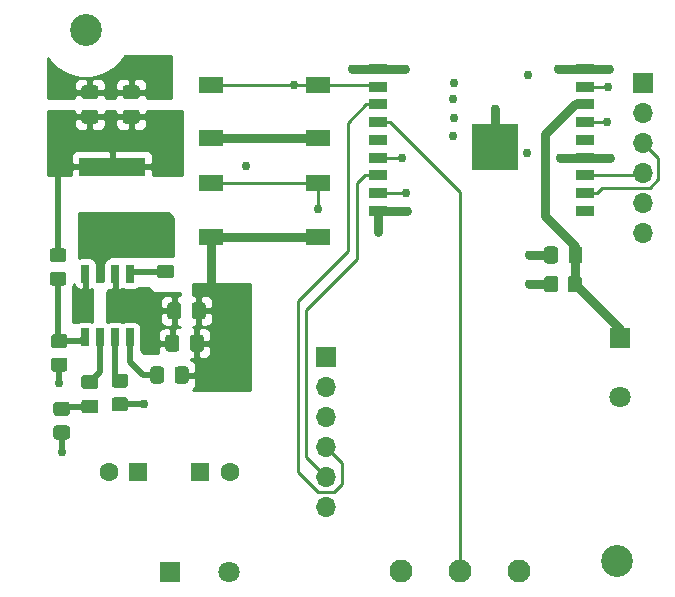
<source format=gtl>
G04 #@! TF.GenerationSoftware,KiCad,Pcbnew,(5.1.8-0-10_14)*
G04 #@! TF.CreationDate,2021-08-13T20:39:07-06:00*
G04 #@! TF.ProjectId,ESP8266_Water_Sensor,45535038-3236-4365-9f57-617465725f53,rev?*
G04 #@! TF.SameCoordinates,Original*
G04 #@! TF.FileFunction,Copper,L1,Top*
G04 #@! TF.FilePolarity,Positive*
%FSLAX46Y46*%
G04 Gerber Fmt 4.6, Leading zero omitted, Abs format (unit mm)*
G04 Created by KiCad (PCBNEW (5.1.8-0-10_14)) date 2021-08-13 20:39:07*
%MOMM*%
%LPD*%
G01*
G04 APERTURE LIST*
G04 #@! TA.AperFunction,WasherPad*
%ADD10C,2.700000*%
G04 #@! TD*
G04 #@! TA.AperFunction,SMDPad,CuDef*
%ADD11R,1.500000X0.900000*%
G04 #@! TD*
G04 #@! TA.AperFunction,SMDPad,CuDef*
%ADD12R,4.000000X4.000000*%
G04 #@! TD*
G04 #@! TA.AperFunction,ComponentPad*
%ADD13R,1.700000X1.700000*%
G04 #@! TD*
G04 #@! TA.AperFunction,ComponentPad*
%ADD14O,1.700000X1.700000*%
G04 #@! TD*
G04 #@! TA.AperFunction,ComponentPad*
%ADD15C,1.800000*%
G04 #@! TD*
G04 #@! TA.AperFunction,ComponentPad*
%ADD16R,1.800000X1.800000*%
G04 #@! TD*
G04 #@! TA.AperFunction,SMDPad,CuDef*
%ADD17R,5.700000X1.600000*%
G04 #@! TD*
G04 #@! TA.AperFunction,SMDPad,CuDef*
%ADD18R,2.100000X1.400000*%
G04 #@! TD*
G04 #@! TA.AperFunction,SMDPad,CuDef*
%ADD19R,0.650000X1.500000*%
G04 #@! TD*
G04 #@! TA.AperFunction,ComponentPad*
%ADD20C,1.950000*%
G04 #@! TD*
G04 #@! TA.AperFunction,ComponentPad*
%ADD21C,1.600000*%
G04 #@! TD*
G04 #@! TA.AperFunction,ComponentPad*
%ADD22R,1.600000X1.600000*%
G04 #@! TD*
G04 #@! TA.AperFunction,ViaPad*
%ADD23C,0.762000*%
G04 #@! TD*
G04 #@! TA.AperFunction,Conductor*
%ADD24C,0.508000*%
G04 #@! TD*
G04 #@! TA.AperFunction,Conductor*
%ADD25C,0.762000*%
G04 #@! TD*
G04 #@! TA.AperFunction,Conductor*
%ADD26C,0.254000*%
G04 #@! TD*
G04 #@! TA.AperFunction,Conductor*
%ADD27C,0.100000*%
G04 #@! TD*
G04 APERTURE END LIST*
D10*
X252730000Y-125730000D03*
D11*
X232550000Y-84069600D03*
X232550000Y-85569600D03*
X232550000Y-87069600D03*
X232550000Y-88569600D03*
X232550000Y-90069600D03*
X232550000Y-91569600D03*
X232550000Y-93069600D03*
X232550000Y-94569600D03*
X232550000Y-96069600D03*
X250050000Y-96069600D03*
X250050000Y-94569600D03*
X250050000Y-93069600D03*
X250050000Y-91569600D03*
X250050000Y-90069600D03*
X250050000Y-88569600D03*
X250050000Y-87069600D03*
X250050000Y-85569600D03*
X250050000Y-84069600D03*
D12*
X242400000Y-90679600D03*
G04 #@! TA.AperFunction,SMDPad,CuDef*
G36*
G01*
X208602600Y-86621200D02*
X207652600Y-86621200D01*
G75*
G02*
X207402600Y-86371200I0J250000D01*
G01*
X207402600Y-85696200D01*
G75*
G02*
X207652600Y-85446200I250000J0D01*
G01*
X208602600Y-85446200D01*
G75*
G02*
X208852600Y-85696200I0J-250000D01*
G01*
X208852600Y-86371200D01*
G75*
G02*
X208602600Y-86621200I-250000J0D01*
G01*
G37*
G04 #@! TD.AperFunction*
G04 #@! TA.AperFunction,SMDPad,CuDef*
G36*
G01*
X208602600Y-88696200D02*
X207652600Y-88696200D01*
G75*
G02*
X207402600Y-88446200I0J250000D01*
G01*
X207402600Y-87771200D01*
G75*
G02*
X207652600Y-87521200I250000J0D01*
G01*
X208602600Y-87521200D01*
G75*
G02*
X208852600Y-87771200I0J-250000D01*
G01*
X208852600Y-88446200D01*
G75*
G02*
X208602600Y-88696200I-250000J0D01*
G01*
G37*
G04 #@! TD.AperFunction*
G04 #@! TA.AperFunction,SMDPad,CuDef*
G36*
G01*
X215003400Y-101802600D02*
X214053400Y-101802600D01*
G75*
G02*
X213803400Y-101552600I0J250000D01*
G01*
X213803400Y-100877600D01*
G75*
G02*
X214053400Y-100627600I250000J0D01*
G01*
X215003400Y-100627600D01*
G75*
G02*
X215253400Y-100877600I0J-250000D01*
G01*
X215253400Y-101552600D01*
G75*
G02*
X215003400Y-101802600I-250000J0D01*
G01*
G37*
G04 #@! TD.AperFunction*
G04 #@! TA.AperFunction,SMDPad,CuDef*
G36*
G01*
X215003400Y-99727600D02*
X214053400Y-99727600D01*
G75*
G02*
X213803400Y-99477600I0J250000D01*
G01*
X213803400Y-98802600D01*
G75*
G02*
X214053400Y-98552600I250000J0D01*
G01*
X215003400Y-98552600D01*
G75*
G02*
X215253400Y-98802600I0J-250000D01*
G01*
X215253400Y-99477600D01*
G75*
G02*
X215003400Y-99727600I-250000J0D01*
G01*
G37*
G04 #@! TD.AperFunction*
G04 #@! TA.AperFunction,SMDPad,CuDef*
G36*
G01*
X216604000Y-107764600D02*
X216604000Y-106814600D01*
G75*
G02*
X216854000Y-106564600I250000J0D01*
G01*
X217529000Y-106564600D01*
G75*
G02*
X217779000Y-106814600I0J-250000D01*
G01*
X217779000Y-107764600D01*
G75*
G02*
X217529000Y-108014600I-250000J0D01*
G01*
X216854000Y-108014600D01*
G75*
G02*
X216604000Y-107764600I0J250000D01*
G01*
G37*
G04 #@! TD.AperFunction*
G04 #@! TA.AperFunction,SMDPad,CuDef*
G36*
G01*
X214529000Y-107764600D02*
X214529000Y-106814600D01*
G75*
G02*
X214779000Y-106564600I250000J0D01*
G01*
X215454000Y-106564600D01*
G75*
G02*
X215704000Y-106814600I0J-250000D01*
G01*
X215704000Y-107764600D01*
G75*
G02*
X215454000Y-108014600I-250000J0D01*
G01*
X214779000Y-108014600D01*
G75*
G02*
X214529000Y-107764600I0J250000D01*
G01*
G37*
G04 #@! TD.AperFunction*
G04 #@! TA.AperFunction,SMDPad,CuDef*
G36*
G01*
X215312500Y-110457000D02*
X215312500Y-109507000D01*
G75*
G02*
X215562500Y-109257000I250000J0D01*
G01*
X216237500Y-109257000D01*
G75*
G02*
X216487500Y-109507000I0J-250000D01*
G01*
X216487500Y-110457000D01*
G75*
G02*
X216237500Y-110707000I-250000J0D01*
G01*
X215562500Y-110707000D01*
G75*
G02*
X215312500Y-110457000I0J250000D01*
G01*
G37*
G04 #@! TD.AperFunction*
G04 #@! TA.AperFunction,SMDPad,CuDef*
G36*
G01*
X213237500Y-110457000D02*
X213237500Y-109507000D01*
G75*
G02*
X213487500Y-109257000I250000J0D01*
G01*
X214162500Y-109257000D01*
G75*
G02*
X214412500Y-109507000I0J-250000D01*
G01*
X214412500Y-110457000D01*
G75*
G02*
X214162500Y-110707000I-250000J0D01*
G01*
X213487500Y-110707000D01*
G75*
G02*
X213237500Y-110457000I0J250000D01*
G01*
G37*
G04 #@! TD.AperFunction*
G04 #@! TA.AperFunction,SMDPad,CuDef*
G36*
G01*
X207652600Y-109982600D02*
X208602600Y-109982600D01*
G75*
G02*
X208852600Y-110232600I0J-250000D01*
G01*
X208852600Y-110907600D01*
G75*
G02*
X208602600Y-111157600I-250000J0D01*
G01*
X207652600Y-111157600D01*
G75*
G02*
X207402600Y-110907600I0J250000D01*
G01*
X207402600Y-110232600D01*
G75*
G02*
X207652600Y-109982600I250000J0D01*
G01*
G37*
G04 #@! TD.AperFunction*
G04 #@! TA.AperFunction,SMDPad,CuDef*
G36*
G01*
X207652600Y-112057600D02*
X208602600Y-112057600D01*
G75*
G02*
X208852600Y-112307600I0J-250000D01*
G01*
X208852600Y-112982600D01*
G75*
G02*
X208602600Y-113232600I-250000J0D01*
G01*
X207652600Y-113232600D01*
G75*
G02*
X207402600Y-112982600I0J250000D01*
G01*
X207402600Y-112307600D01*
G75*
G02*
X207652600Y-112057600I250000J0D01*
G01*
G37*
G04 #@! TD.AperFunction*
G04 #@! TA.AperFunction,SMDPad,CuDef*
G36*
G01*
X247758800Y-99347000D02*
X247758800Y-100297000D01*
G75*
G02*
X247508800Y-100547000I-250000J0D01*
G01*
X246833800Y-100547000D01*
G75*
G02*
X246583800Y-100297000I0J250000D01*
G01*
X246583800Y-99347000D01*
G75*
G02*
X246833800Y-99097000I250000J0D01*
G01*
X247508800Y-99097000D01*
G75*
G02*
X247758800Y-99347000I0J-250000D01*
G01*
G37*
G04 #@! TD.AperFunction*
G04 #@! TA.AperFunction,SMDPad,CuDef*
G36*
G01*
X249833800Y-99347000D02*
X249833800Y-100297000D01*
G75*
G02*
X249583800Y-100547000I-250000J0D01*
G01*
X248908800Y-100547000D01*
G75*
G02*
X248658800Y-100297000I0J250000D01*
G01*
X248658800Y-99347000D01*
G75*
G02*
X248908800Y-99097000I250000J0D01*
G01*
X249583800Y-99097000D01*
G75*
G02*
X249833800Y-99347000I0J-250000D01*
G01*
G37*
G04 #@! TD.AperFunction*
D13*
X228142800Y-108458000D03*
D14*
X228142800Y-110998000D03*
X228142800Y-113538000D03*
X228142800Y-116078000D03*
X228142800Y-118618000D03*
X228142800Y-121158000D03*
D15*
X219884000Y-126644400D03*
D16*
X214884000Y-126644400D03*
X252984000Y-106832400D03*
D15*
X252984000Y-111832400D03*
D14*
X254965200Y-97942400D03*
X254965200Y-95402400D03*
X254965200Y-92862400D03*
X254965200Y-90322400D03*
X254965200Y-87782400D03*
D13*
X254965200Y-85242400D03*
D17*
X210007200Y-92336400D03*
X210007200Y-97036400D03*
G04 #@! TA.AperFunction,SMDPad,CuDef*
G36*
G01*
X204985199Y-101238000D02*
X205885201Y-101238000D01*
G75*
G02*
X206135200Y-101487999I0J-249999D01*
G01*
X206135200Y-102188001D01*
G75*
G02*
X205885201Y-102438000I-249999J0D01*
G01*
X204985199Y-102438000D01*
G75*
G02*
X204735200Y-102188001I0J249999D01*
G01*
X204735200Y-101487999D01*
G75*
G02*
X204985199Y-101238000I249999J0D01*
G01*
G37*
G04 #@! TD.AperFunction*
G04 #@! TA.AperFunction,SMDPad,CuDef*
G36*
G01*
X204985199Y-99238000D02*
X205885201Y-99238000D01*
G75*
G02*
X206135200Y-99487999I0J-249999D01*
G01*
X206135200Y-100188001D01*
G75*
G02*
X205885201Y-100438000I-249999J0D01*
G01*
X204985199Y-100438000D01*
G75*
G02*
X204735200Y-100188001I0J249999D01*
G01*
X204735200Y-99487999D01*
G75*
G02*
X204985199Y-99238000I249999J0D01*
G01*
G37*
G04 #@! TD.AperFunction*
G04 #@! TA.AperFunction,SMDPad,CuDef*
G36*
G01*
X205086799Y-108502400D02*
X205986801Y-108502400D01*
G75*
G02*
X206236800Y-108752399I0J-249999D01*
G01*
X206236800Y-109452401D01*
G75*
G02*
X205986801Y-109702400I-249999J0D01*
G01*
X205086799Y-109702400D01*
G75*
G02*
X204836800Y-109452401I0J249999D01*
G01*
X204836800Y-108752399D01*
G75*
G02*
X205086799Y-108502400I249999J0D01*
G01*
G37*
G04 #@! TD.AperFunction*
G04 #@! TA.AperFunction,SMDPad,CuDef*
G36*
G01*
X205086799Y-106502400D02*
X205986801Y-106502400D01*
G75*
G02*
X206236800Y-106752399I0J-249999D01*
G01*
X206236800Y-107452401D01*
G75*
G02*
X205986801Y-107702400I-249999J0D01*
G01*
X205086799Y-107702400D01*
G75*
G02*
X204836800Y-107452401I0J249999D01*
G01*
X204836800Y-106752399D01*
G75*
G02*
X205086799Y-106502400I249999J0D01*
G01*
G37*
G04 #@! TD.AperFunction*
G04 #@! TA.AperFunction,SMDPad,CuDef*
G36*
G01*
X211117601Y-113055200D02*
X210217599Y-113055200D01*
G75*
G02*
X209967600Y-112805201I0J249999D01*
G01*
X209967600Y-112105199D01*
G75*
G02*
X210217599Y-111855200I249999J0D01*
G01*
X211117601Y-111855200D01*
G75*
G02*
X211367600Y-112105199I0J-249999D01*
G01*
X211367600Y-112805201D01*
G75*
G02*
X211117601Y-113055200I-249999J0D01*
G01*
G37*
G04 #@! TD.AperFunction*
G04 #@! TA.AperFunction,SMDPad,CuDef*
G36*
G01*
X211117601Y-111055200D02*
X210217599Y-111055200D01*
G75*
G02*
X209967600Y-110805201I0J249999D01*
G01*
X209967600Y-110105199D01*
G75*
G02*
X210217599Y-109855200I249999J0D01*
G01*
X211117601Y-109855200D01*
G75*
G02*
X211367600Y-110105199I0J-249999D01*
G01*
X211367600Y-110805201D01*
G75*
G02*
X211117601Y-111055200I-249999J0D01*
G01*
G37*
G04 #@! TD.AperFunction*
G04 #@! TA.AperFunction,SMDPad,CuDef*
G36*
G01*
X205289999Y-114242800D02*
X206190001Y-114242800D01*
G75*
G02*
X206440000Y-114492799I0J-249999D01*
G01*
X206440000Y-115192801D01*
G75*
G02*
X206190001Y-115442800I-249999J0D01*
G01*
X205289999Y-115442800D01*
G75*
G02*
X205040000Y-115192801I0J249999D01*
G01*
X205040000Y-114492799D01*
G75*
G02*
X205289999Y-114242800I249999J0D01*
G01*
G37*
G04 #@! TD.AperFunction*
G04 #@! TA.AperFunction,SMDPad,CuDef*
G36*
G01*
X205289999Y-112242800D02*
X206190001Y-112242800D01*
G75*
G02*
X206440000Y-112492799I0J-249999D01*
G01*
X206440000Y-113192801D01*
G75*
G02*
X206190001Y-113442800I-249999J0D01*
G01*
X205289999Y-113442800D01*
G75*
G02*
X205040000Y-113192801I0J249999D01*
G01*
X205040000Y-112492799D01*
G75*
G02*
X205289999Y-112242800I249999J0D01*
G01*
G37*
G04 #@! TD.AperFunction*
G04 #@! TA.AperFunction,SMDPad,CuDef*
G36*
G01*
X246583400Y-102735801D02*
X246583400Y-101835799D01*
G75*
G02*
X246833399Y-101585800I249999J0D01*
G01*
X247533401Y-101585800D01*
G75*
G02*
X247783400Y-101835799I0J-249999D01*
G01*
X247783400Y-102735801D01*
G75*
G02*
X247533401Y-102985800I-249999J0D01*
G01*
X246833399Y-102985800D01*
G75*
G02*
X246583400Y-102735801I0J249999D01*
G01*
G37*
G04 #@! TD.AperFunction*
G04 #@! TA.AperFunction,SMDPad,CuDef*
G36*
G01*
X248583400Y-102735801D02*
X248583400Y-101835799D01*
G75*
G02*
X248833399Y-101585800I249999J0D01*
G01*
X249533401Y-101585800D01*
G75*
G02*
X249783400Y-101835799I0J-249999D01*
G01*
X249783400Y-102735801D01*
G75*
G02*
X249533401Y-102985800I-249999J0D01*
G01*
X248833399Y-102985800D01*
G75*
G02*
X248583400Y-102735801I0J249999D01*
G01*
G37*
G04 #@! TD.AperFunction*
D18*
X227460400Y-98262000D03*
X218360400Y-98262000D03*
X227460400Y-93762000D03*
X218360400Y-93762000D03*
X218360400Y-85430800D03*
X227460400Y-85430800D03*
X218360400Y-89930800D03*
X227460400Y-89930800D03*
D19*
X211531200Y-101389200D03*
X210261200Y-101389200D03*
X208991200Y-101389200D03*
X207721200Y-101389200D03*
X207721200Y-106789200D03*
X208991200Y-106789200D03*
X210261200Y-106789200D03*
X211531200Y-106789200D03*
G04 #@! TA.AperFunction,SMDPad,CuDef*
G36*
G01*
X212107800Y-86621200D02*
X211157800Y-86621200D01*
G75*
G02*
X210907800Y-86371200I0J250000D01*
G01*
X210907800Y-85696200D01*
G75*
G02*
X211157800Y-85446200I250000J0D01*
G01*
X212107800Y-85446200D01*
G75*
G02*
X212357800Y-85696200I0J-250000D01*
G01*
X212357800Y-86371200D01*
G75*
G02*
X212107800Y-86621200I-250000J0D01*
G01*
G37*
G04 #@! TD.AperFunction*
G04 #@! TA.AperFunction,SMDPad,CuDef*
G36*
G01*
X212107800Y-88696200D02*
X211157800Y-88696200D01*
G75*
G02*
X210907800Y-88446200I0J250000D01*
G01*
X210907800Y-87771200D01*
G75*
G02*
X211157800Y-87521200I250000J0D01*
G01*
X212107800Y-87521200D01*
G75*
G02*
X212357800Y-87771200I0J-250000D01*
G01*
X212357800Y-88446200D01*
G75*
G02*
X212107800Y-88696200I-250000J0D01*
G01*
G37*
G04 #@! TD.AperFunction*
G04 #@! TA.AperFunction,SMDPad,CuDef*
G36*
G01*
X214681400Y-105021400D02*
X214681400Y-104071400D01*
G75*
G02*
X214931400Y-103821400I250000J0D01*
G01*
X215606400Y-103821400D01*
G75*
G02*
X215856400Y-104071400I0J-250000D01*
G01*
X215856400Y-105021400D01*
G75*
G02*
X215606400Y-105271400I-250000J0D01*
G01*
X214931400Y-105271400D01*
G75*
G02*
X214681400Y-105021400I0J250000D01*
G01*
G37*
G04 #@! TD.AperFunction*
G04 #@! TA.AperFunction,SMDPad,CuDef*
G36*
G01*
X216756400Y-105021400D02*
X216756400Y-104071400D01*
G75*
G02*
X217006400Y-103821400I250000J0D01*
G01*
X217681400Y-103821400D01*
G75*
G02*
X217931400Y-104071400I0J-250000D01*
G01*
X217931400Y-105021400D01*
G75*
G02*
X217681400Y-105271400I-250000J0D01*
G01*
X217006400Y-105271400D01*
G75*
G02*
X216756400Y-105021400I0J250000D01*
G01*
G37*
G04 #@! TD.AperFunction*
D20*
X234492800Y-126593600D03*
X239492800Y-126593600D03*
X244492800Y-126593600D03*
D21*
X209742400Y-118211600D03*
D22*
X212242400Y-118211600D03*
X217474800Y-118211600D03*
D21*
X219974800Y-118211600D03*
D10*
X207772000Y-80772000D03*
D23*
X210007200Y-89966800D03*
X211328000Y-89966800D03*
X212598000Y-89916000D03*
X208686400Y-89966800D03*
X207365600Y-90017600D03*
X214020400Y-89916000D03*
X214071200Y-88239600D03*
X214223600Y-92303600D03*
X230331600Y-84069600D03*
X234793200Y-84069600D03*
X245287800Y-102285800D03*
X221386400Y-92303600D03*
X245253000Y-84547200D03*
X205536800Y-110642400D03*
X205740000Y-116535200D03*
X207416400Y-103428800D03*
X207365600Y-104698800D03*
X206146400Y-85953600D03*
X204927200Y-85953600D03*
X204927200Y-84531200D03*
X211632800Y-84124800D03*
X213918800Y-84124800D03*
X213969600Y-86004400D03*
X219913200Y-103479600D03*
X219862400Y-105054400D03*
X219811600Y-106883200D03*
X219710000Y-108407200D03*
X217982800Y-110032800D03*
X247802400Y-84074000D03*
X252116000Y-84069600D03*
X247977610Y-91569600D03*
X252143200Y-91569600D03*
X234994000Y-96069600D03*
X232550000Y-97879200D03*
X220624400Y-89930800D03*
X222946400Y-98262000D03*
X245313200Y-99822000D03*
X242400000Y-87495200D03*
X238988600Y-85267800D03*
X238912400Y-86588600D03*
X238937800Y-88214200D03*
X238887000Y-89712800D03*
X245135400Y-91186000D03*
X212734400Y-112455200D03*
X210210400Y-103428800D03*
X211480400Y-103428800D03*
X210159600Y-104851200D03*
X211480400Y-104851200D03*
X213156800Y-104140000D03*
X213156800Y-105562400D03*
X213156800Y-107086400D03*
X225414400Y-85430800D03*
X251917000Y-88569600D03*
X227460400Y-95888400D03*
X234879200Y-94569600D03*
X252015800Y-85569600D03*
X234594400Y-91567000D03*
D24*
X205435200Y-99838000D02*
X205435200Y-92710000D01*
D25*
X232550000Y-84069600D02*
X234793200Y-84069600D01*
X232550000Y-84069600D02*
X230331600Y-84069600D01*
X230331600Y-84069600D02*
X230331600Y-84069600D01*
X234793200Y-84069600D02*
X234793200Y-84069600D01*
X247183400Y-102285800D02*
X245287800Y-102285800D01*
X245287800Y-102285800D02*
X245287800Y-102285800D01*
D24*
X205536800Y-109102400D02*
X205536800Y-110642400D01*
X205536800Y-110642400D02*
X205536800Y-110642400D01*
X205740000Y-114842800D02*
X205740000Y-116535200D01*
X205740000Y-116535200D02*
X205740000Y-116535200D01*
D25*
X250050000Y-91569600D02*
X252143200Y-91569600D01*
X250050000Y-91569600D02*
X247977610Y-91569600D01*
X250050000Y-84069600D02*
X252116000Y-84069600D01*
X249982400Y-84069600D02*
X249978000Y-84074000D01*
X250050000Y-84069600D02*
X249982400Y-84069600D01*
X249978000Y-84074000D02*
X247802400Y-84074000D01*
X232550000Y-96069600D02*
X234994000Y-96069600D01*
X232550000Y-96069600D02*
X232550000Y-97879200D01*
X247802400Y-84074000D02*
X247802400Y-84074000D01*
X252116000Y-84069600D02*
X252116000Y-84069600D01*
X247977610Y-91569600D02*
X247977610Y-91569600D01*
X252143200Y-91569600D02*
X252143200Y-91569600D01*
X234994000Y-96069600D02*
X234994000Y-96069600D01*
X232550000Y-97879200D02*
X232550000Y-97879200D01*
X218360400Y-98262000D02*
X218360400Y-102739600D01*
X218360400Y-98262000D02*
X222946400Y-98262000D01*
X218360400Y-89930800D02*
X222895600Y-89930800D01*
X222895600Y-89930800D02*
X227460400Y-89930800D01*
X222946400Y-98262000D02*
X227460400Y-98262000D01*
X247171300Y-99822000D02*
X245313200Y-99822000D01*
X245313200Y-99822000D02*
X245313200Y-99822000D01*
X242400000Y-90679600D02*
X242400000Y-87495200D01*
X242400000Y-87495200D02*
X242400000Y-87495200D01*
D24*
X210667600Y-112455200D02*
X212734400Y-112455200D01*
X212734400Y-112455200D02*
X212734400Y-112455200D01*
X205937700Y-112645100D02*
X205740000Y-112842800D01*
X208127600Y-112645100D02*
X205937700Y-112645100D01*
D26*
X218360400Y-85430800D02*
X225414400Y-85430800D01*
X232411200Y-85430800D02*
X232550000Y-85569600D01*
X227460400Y-85430800D02*
X232411200Y-85430800D01*
X225414400Y-85430800D02*
X227460400Y-85430800D01*
X250050000Y-88569600D02*
X251917000Y-88569600D01*
X251917000Y-88569600D02*
X251917000Y-88569600D01*
X218360400Y-93762000D02*
X227460400Y-93762000D01*
X227460400Y-93762000D02*
X227460400Y-95888400D01*
X227460400Y-95888400D02*
X227460400Y-95888400D01*
X232550000Y-94569600D02*
X234879200Y-94569600D01*
X234879200Y-94569600D02*
X234879200Y-94569600D01*
D25*
X249148600Y-102320600D02*
X249183400Y-102285800D01*
X249208800Y-99859500D02*
X249246300Y-99822000D01*
X249206998Y-87069600D02*
X250050000Y-87069600D01*
X246684800Y-89591798D02*
X249206998Y-87069600D01*
X252984000Y-106086400D02*
X249183400Y-102285800D01*
X252984000Y-106832400D02*
X252984000Y-106086400D01*
X249183400Y-99884900D02*
X249246300Y-99822000D01*
X249183400Y-102285800D02*
X249183400Y-99884900D01*
X246684800Y-96535500D02*
X246684800Y-89591798D01*
X249246300Y-99097000D02*
X246684800Y-96535500D01*
X249246300Y-99822000D02*
X249246300Y-99097000D01*
D26*
X225775399Y-103713401D02*
X229971600Y-99517200D01*
X225775399Y-118180999D02*
X225775399Y-103713401D01*
X229971600Y-88644000D02*
X231546000Y-87069600D01*
X227482400Y-119888000D02*
X225775399Y-118180999D01*
X229971600Y-99517200D02*
X229971600Y-88644000D01*
X228803200Y-119888000D02*
X227482400Y-119888000D01*
X231546000Y-87069600D02*
X232550000Y-87069600D01*
X229463600Y-117398800D02*
X229463600Y-119227600D01*
X229463600Y-119227600D02*
X228803200Y-119888000D01*
X228142800Y-116078000D02*
X229463600Y-117398800D01*
X231440800Y-93069600D02*
X232550000Y-93069600D01*
X230784400Y-100126800D02*
X230784400Y-93726000D01*
X230784400Y-93726000D02*
X231440800Y-93069600D01*
X228142800Y-118618000D02*
X226466400Y-116941600D01*
X226466400Y-104444800D02*
X230784400Y-100126800D01*
X226466400Y-116941600D02*
X226466400Y-104444800D01*
X254758000Y-93069600D02*
X254965200Y-92862400D01*
X250050000Y-93069600D02*
X254758000Y-93069600D01*
X256235200Y-93414282D02*
X256235200Y-91592400D01*
X251491200Y-94132400D02*
X255517082Y-94132400D01*
X255517082Y-94132400D02*
X256235200Y-93414282D01*
X256235200Y-91592400D02*
X254965200Y-90322400D01*
X251054000Y-94569600D02*
X251491200Y-94132400D01*
X250050000Y-94569600D02*
X251054000Y-94569600D01*
X250050000Y-85569600D02*
X252015800Y-85569600D01*
X252015800Y-85569600D02*
X252015800Y-85569600D01*
X232552600Y-91567000D02*
X232550000Y-91569600D01*
X234594400Y-91567000D02*
X232552600Y-91567000D01*
D24*
X211705300Y-101215100D02*
X211531200Y-101389200D01*
X214528400Y-101215100D02*
X211705300Y-101215100D01*
X213825000Y-109982000D02*
X212648800Y-109982000D01*
X211531200Y-108864400D02*
X211531200Y-106789200D01*
X212648800Y-109982000D02*
X211531200Y-108864400D01*
X208991200Y-109706500D02*
X208991200Y-106789200D01*
X208127600Y-110570100D02*
X208991200Y-109706500D01*
X205435200Y-107000800D02*
X205536800Y-107102400D01*
X205435200Y-101838000D02*
X205435200Y-107000800D01*
X207408000Y-107102400D02*
X207721200Y-106789200D01*
X205536800Y-107102400D02*
X207408000Y-107102400D01*
X210261200Y-110048800D02*
X210667600Y-110455200D01*
X210261200Y-106789200D02*
X210261200Y-110048800D01*
D26*
X233554000Y-88569600D02*
X232550000Y-88569600D01*
X239492800Y-94508400D02*
X233554000Y-88569600D01*
X239492800Y-126593600D02*
X239492800Y-94508400D01*
X215163400Y-96674206D02*
X215163400Y-99898200D01*
X209956400Y-99898200D01*
X209931624Y-99900640D01*
X209907799Y-99907867D01*
X209885843Y-99919603D01*
X209866597Y-99935397D01*
X209778542Y-100023452D01*
X209692020Y-100049698D01*
X209581706Y-100108663D01*
X209485015Y-100188015D01*
X209405663Y-100284706D01*
X209346698Y-100395020D01*
X209320452Y-100481542D01*
X209256997Y-100544997D01*
X209241203Y-100564243D01*
X209229467Y-100586199D01*
X209222240Y-100610024D01*
X209219800Y-100634800D01*
X209219800Y-102031800D01*
X208762600Y-102031800D01*
X208762600Y-100584000D01*
X208760160Y-100559224D01*
X208752933Y-100535399D01*
X208741197Y-100513443D01*
X208725403Y-100494197D01*
X208706157Y-100478403D01*
X208684201Y-100466667D01*
X208660376Y-100459440D01*
X208655086Y-100458919D01*
X208635702Y-100395020D01*
X208576737Y-100284706D01*
X208497385Y-100188015D01*
X208400694Y-100108663D01*
X208290380Y-100049698D01*
X208170682Y-100013388D01*
X208046200Y-100001128D01*
X207396200Y-100001128D01*
X207271718Y-100013388D01*
X207187800Y-100038844D01*
X207187800Y-96291400D01*
X214780594Y-96291400D01*
X215163400Y-96674206D01*
G04 #@! TA.AperFunction,Conductor*
D27*
G36*
X215163400Y-96674206D02*
G01*
X215163400Y-99898200D01*
X209956400Y-99898200D01*
X209931624Y-99900640D01*
X209907799Y-99907867D01*
X209885843Y-99919603D01*
X209866597Y-99935397D01*
X209778542Y-100023452D01*
X209692020Y-100049698D01*
X209581706Y-100108663D01*
X209485015Y-100188015D01*
X209405663Y-100284706D01*
X209346698Y-100395020D01*
X209320452Y-100481542D01*
X209256997Y-100544997D01*
X209241203Y-100564243D01*
X209229467Y-100586199D01*
X209222240Y-100610024D01*
X209219800Y-100634800D01*
X209219800Y-102031800D01*
X208762600Y-102031800D01*
X208762600Y-100584000D01*
X208760160Y-100559224D01*
X208752933Y-100535399D01*
X208741197Y-100513443D01*
X208725403Y-100494197D01*
X208706157Y-100478403D01*
X208684201Y-100466667D01*
X208660376Y-100459440D01*
X208655086Y-100458919D01*
X208635702Y-100395020D01*
X208576737Y-100284706D01*
X208497385Y-100188015D01*
X208400694Y-100108663D01*
X208290380Y-100049698D01*
X208170682Y-100013388D01*
X208046200Y-100001128D01*
X207396200Y-100001128D01*
X207271718Y-100013388D01*
X207187800Y-100038844D01*
X207187800Y-96291400D01*
X214780594Y-96291400D01*
X215163400Y-96674206D01*
G37*
G04 #@! TD.AperFunction*
D26*
X210388200Y-101262200D02*
X210408200Y-101262200D01*
X210408200Y-101516200D01*
X210388200Y-101516200D01*
X210388200Y-102615450D01*
X210546950Y-102774200D01*
X210586200Y-102777272D01*
X210710682Y-102765012D01*
X210830380Y-102728702D01*
X210896200Y-102693520D01*
X210962020Y-102728702D01*
X211081718Y-102765012D01*
X211206200Y-102777272D01*
X211856200Y-102777272D01*
X211980682Y-102765012D01*
X212100380Y-102728702D01*
X212210694Y-102669737D01*
X212307123Y-102590600D01*
X213053394Y-102590600D01*
X213473397Y-103010603D01*
X213492643Y-103026397D01*
X213514599Y-103038133D01*
X213538424Y-103045360D01*
X213563200Y-103047800D01*
X215773000Y-103047800D01*
X215773000Y-103184177D01*
X215554650Y-103186400D01*
X215395900Y-103345150D01*
X215395900Y-104419400D01*
X215415900Y-104419400D01*
X215415900Y-104673400D01*
X215395900Y-104673400D01*
X215395900Y-105747650D01*
X215554650Y-105906400D01*
X215773000Y-105908623D01*
X215773000Y-105933324D01*
X215704000Y-105926528D01*
X215402250Y-105929600D01*
X215243500Y-106088350D01*
X215243500Y-107162600D01*
X215263500Y-107162600D01*
X215263500Y-107416600D01*
X215243500Y-107416600D01*
X215243500Y-107436600D01*
X214989500Y-107436600D01*
X214989500Y-107416600D01*
X214052750Y-107416600D01*
X213894000Y-107575350D01*
X213890928Y-108014600D01*
X213897074Y-108077000D01*
X212701406Y-108077000D01*
X212471000Y-107846594D01*
X212471000Y-107699984D01*
X212482012Y-107663682D01*
X212494272Y-107539200D01*
X212494272Y-106564600D01*
X213890928Y-106564600D01*
X213894000Y-107003850D01*
X214052750Y-107162600D01*
X214989500Y-107162600D01*
X214989500Y-106088350D01*
X214830750Y-105929600D01*
X214529000Y-105926528D01*
X214404518Y-105938788D01*
X214284820Y-105975098D01*
X214174506Y-106034063D01*
X214077815Y-106113415D01*
X213998463Y-106210106D01*
X213939498Y-106320420D01*
X213903188Y-106440118D01*
X213890928Y-106564600D01*
X212494272Y-106564600D01*
X212494272Y-106039200D01*
X212482012Y-105914718D01*
X212445702Y-105795020D01*
X212386737Y-105684706D01*
X212307385Y-105588015D01*
X212210694Y-105508663D01*
X212100380Y-105449698D01*
X211980682Y-105413388D01*
X211856200Y-105401128D01*
X211206200Y-105401128D01*
X211081718Y-105413388D01*
X210962020Y-105449698D01*
X210896200Y-105484880D01*
X210830380Y-105449698D01*
X210710682Y-105413388D01*
X210586200Y-105401128D01*
X209936200Y-105401128D01*
X209811718Y-105413388D01*
X209692020Y-105449698D01*
X209626200Y-105484880D01*
X209575400Y-105457726D01*
X209575400Y-105271400D01*
X214043328Y-105271400D01*
X214055588Y-105395882D01*
X214091898Y-105515580D01*
X214150863Y-105625894D01*
X214230215Y-105722585D01*
X214326906Y-105801937D01*
X214437220Y-105860902D01*
X214556918Y-105897212D01*
X214681400Y-105909472D01*
X214983150Y-105906400D01*
X215141900Y-105747650D01*
X215141900Y-104673400D01*
X214205150Y-104673400D01*
X214046400Y-104832150D01*
X214043328Y-105271400D01*
X209575400Y-105271400D01*
X209575400Y-103821400D01*
X214043328Y-103821400D01*
X214046400Y-104260650D01*
X214205150Y-104419400D01*
X215141900Y-104419400D01*
X215141900Y-103345150D01*
X214983150Y-103186400D01*
X214681400Y-103183328D01*
X214556918Y-103195588D01*
X214437220Y-103231898D01*
X214326906Y-103290863D01*
X214230215Y-103370215D01*
X214150863Y-103466906D01*
X214091898Y-103577220D01*
X214055588Y-103696918D01*
X214043328Y-103821400D01*
X209575400Y-103821400D01*
X209575400Y-102922606D01*
X209751317Y-102746689D01*
X209811718Y-102765012D01*
X209936200Y-102777272D01*
X209975450Y-102774200D01*
X210134200Y-102615450D01*
X210134200Y-101516200D01*
X210114200Y-101516200D01*
X210114200Y-101262200D01*
X210134200Y-101262200D01*
X210134200Y-101242200D01*
X210388200Y-101242200D01*
X210388200Y-101262200D01*
G04 #@! TA.AperFunction,Conductor*
D27*
G36*
X210388200Y-101262200D02*
G01*
X210408200Y-101262200D01*
X210408200Y-101516200D01*
X210388200Y-101516200D01*
X210388200Y-102615450D01*
X210546950Y-102774200D01*
X210586200Y-102777272D01*
X210710682Y-102765012D01*
X210830380Y-102728702D01*
X210896200Y-102693520D01*
X210962020Y-102728702D01*
X211081718Y-102765012D01*
X211206200Y-102777272D01*
X211856200Y-102777272D01*
X211980682Y-102765012D01*
X212100380Y-102728702D01*
X212210694Y-102669737D01*
X212307123Y-102590600D01*
X213053394Y-102590600D01*
X213473397Y-103010603D01*
X213492643Y-103026397D01*
X213514599Y-103038133D01*
X213538424Y-103045360D01*
X213563200Y-103047800D01*
X215773000Y-103047800D01*
X215773000Y-103184177D01*
X215554650Y-103186400D01*
X215395900Y-103345150D01*
X215395900Y-104419400D01*
X215415900Y-104419400D01*
X215415900Y-104673400D01*
X215395900Y-104673400D01*
X215395900Y-105747650D01*
X215554650Y-105906400D01*
X215773000Y-105908623D01*
X215773000Y-105933324D01*
X215704000Y-105926528D01*
X215402250Y-105929600D01*
X215243500Y-106088350D01*
X215243500Y-107162600D01*
X215263500Y-107162600D01*
X215263500Y-107416600D01*
X215243500Y-107416600D01*
X215243500Y-107436600D01*
X214989500Y-107436600D01*
X214989500Y-107416600D01*
X214052750Y-107416600D01*
X213894000Y-107575350D01*
X213890928Y-108014600D01*
X213897074Y-108077000D01*
X212701406Y-108077000D01*
X212471000Y-107846594D01*
X212471000Y-107699984D01*
X212482012Y-107663682D01*
X212494272Y-107539200D01*
X212494272Y-106564600D01*
X213890928Y-106564600D01*
X213894000Y-107003850D01*
X214052750Y-107162600D01*
X214989500Y-107162600D01*
X214989500Y-106088350D01*
X214830750Y-105929600D01*
X214529000Y-105926528D01*
X214404518Y-105938788D01*
X214284820Y-105975098D01*
X214174506Y-106034063D01*
X214077815Y-106113415D01*
X213998463Y-106210106D01*
X213939498Y-106320420D01*
X213903188Y-106440118D01*
X213890928Y-106564600D01*
X212494272Y-106564600D01*
X212494272Y-106039200D01*
X212482012Y-105914718D01*
X212445702Y-105795020D01*
X212386737Y-105684706D01*
X212307385Y-105588015D01*
X212210694Y-105508663D01*
X212100380Y-105449698D01*
X211980682Y-105413388D01*
X211856200Y-105401128D01*
X211206200Y-105401128D01*
X211081718Y-105413388D01*
X210962020Y-105449698D01*
X210896200Y-105484880D01*
X210830380Y-105449698D01*
X210710682Y-105413388D01*
X210586200Y-105401128D01*
X209936200Y-105401128D01*
X209811718Y-105413388D01*
X209692020Y-105449698D01*
X209626200Y-105484880D01*
X209575400Y-105457726D01*
X209575400Y-105271400D01*
X214043328Y-105271400D01*
X214055588Y-105395882D01*
X214091898Y-105515580D01*
X214150863Y-105625894D01*
X214230215Y-105722585D01*
X214326906Y-105801937D01*
X214437220Y-105860902D01*
X214556918Y-105897212D01*
X214681400Y-105909472D01*
X214983150Y-105906400D01*
X215141900Y-105747650D01*
X215141900Y-104673400D01*
X214205150Y-104673400D01*
X214046400Y-104832150D01*
X214043328Y-105271400D01*
X209575400Y-105271400D01*
X209575400Y-103821400D01*
X214043328Y-103821400D01*
X214046400Y-104260650D01*
X214205150Y-104419400D01*
X215141900Y-104419400D01*
X215141900Y-103345150D01*
X214983150Y-103186400D01*
X214681400Y-103183328D01*
X214556918Y-103195588D01*
X214437220Y-103231898D01*
X214326906Y-103290863D01*
X214230215Y-103370215D01*
X214150863Y-103466906D01*
X214091898Y-103577220D01*
X214055588Y-103696918D01*
X214043328Y-103821400D01*
X209575400Y-103821400D01*
X209575400Y-102922606D01*
X209751317Y-102746689D01*
X209811718Y-102765012D01*
X209936200Y-102777272D01*
X209975450Y-102774200D01*
X210134200Y-102615450D01*
X210134200Y-101516200D01*
X210114200Y-101516200D01*
X210114200Y-101262200D01*
X210134200Y-101262200D01*
X210134200Y-101242200D01*
X210388200Y-101242200D01*
X210388200Y-101262200D01*
G37*
G04 #@! TD.AperFunction*
D26*
X207848200Y-101262200D02*
X207868200Y-101262200D01*
X207868200Y-101516200D01*
X207848200Y-101516200D01*
X207848200Y-102615450D01*
X208006950Y-102774200D01*
X208046200Y-102777272D01*
X208170682Y-102765012D01*
X208290380Y-102728702D01*
X208305400Y-102720674D01*
X208305400Y-105457726D01*
X208290380Y-105449698D01*
X208170682Y-105413388D01*
X208046200Y-105401128D01*
X207396200Y-105401128D01*
X207271718Y-105413388D01*
X207152020Y-105449698D01*
X207083731Y-105486200D01*
X206679800Y-105486200D01*
X206679800Y-102576254D01*
X206705672Y-102527851D01*
X206756208Y-102361255D01*
X206768103Y-102240482D01*
X206770388Y-102263682D01*
X206806698Y-102383380D01*
X206865663Y-102493694D01*
X206945015Y-102590385D01*
X207041706Y-102669737D01*
X207152020Y-102728702D01*
X207271718Y-102765012D01*
X207396200Y-102777272D01*
X207435450Y-102774200D01*
X207594200Y-102615450D01*
X207594200Y-101516200D01*
X207574200Y-101516200D01*
X207574200Y-101262200D01*
X207594200Y-101262200D01*
X207594200Y-101242200D01*
X207848200Y-101242200D01*
X207848200Y-101262200D01*
G04 #@! TA.AperFunction,Conductor*
D27*
G36*
X207848200Y-101262200D02*
G01*
X207868200Y-101262200D01*
X207868200Y-101516200D01*
X207848200Y-101516200D01*
X207848200Y-102615450D01*
X208006950Y-102774200D01*
X208046200Y-102777272D01*
X208170682Y-102765012D01*
X208290380Y-102728702D01*
X208305400Y-102720674D01*
X208305400Y-105457726D01*
X208290380Y-105449698D01*
X208170682Y-105413388D01*
X208046200Y-105401128D01*
X207396200Y-105401128D01*
X207271718Y-105413388D01*
X207152020Y-105449698D01*
X207083731Y-105486200D01*
X206679800Y-105486200D01*
X206679800Y-102576254D01*
X206705672Y-102527851D01*
X206756208Y-102361255D01*
X206768103Y-102240482D01*
X206770388Y-102263682D01*
X206806698Y-102383380D01*
X206865663Y-102493694D01*
X206945015Y-102590385D01*
X207041706Y-102669737D01*
X207152020Y-102728702D01*
X207271718Y-102765012D01*
X207396200Y-102777272D01*
X207435450Y-102774200D01*
X207594200Y-102615450D01*
X207594200Y-101516200D01*
X207574200Y-101516200D01*
X207574200Y-101262200D01*
X207594200Y-101262200D01*
X207594200Y-101242200D01*
X207848200Y-101242200D01*
X207848200Y-101262200D01*
G37*
G04 #@! TD.AperFunction*
D26*
X221716600Y-111226600D02*
X216855321Y-111226600D01*
X216938685Y-111158185D01*
X217018037Y-111061494D01*
X217077002Y-110951180D01*
X217113312Y-110831482D01*
X217125572Y-110707000D01*
X217122500Y-110267750D01*
X216963750Y-110109000D01*
X216027000Y-110109000D01*
X216027000Y-110129000D01*
X215773000Y-110129000D01*
X215773000Y-110109000D01*
X215753000Y-110109000D01*
X215753000Y-109855000D01*
X215773000Y-109855000D01*
X215773000Y-109835000D01*
X216027000Y-109835000D01*
X216027000Y-109855000D01*
X216963750Y-109855000D01*
X217122500Y-109696250D01*
X217125572Y-109257000D01*
X217113312Y-109132518D01*
X217077002Y-109012820D01*
X217018037Y-108902506D01*
X216938685Y-108805815D01*
X216841994Y-108726463D01*
X216731680Y-108667498D01*
X216680246Y-108651896D01*
X216905750Y-108649600D01*
X217064500Y-108490850D01*
X217064500Y-107416600D01*
X217318500Y-107416600D01*
X217318500Y-108490850D01*
X217477250Y-108649600D01*
X217779000Y-108652672D01*
X217903482Y-108640412D01*
X218023180Y-108604102D01*
X218133494Y-108545137D01*
X218230185Y-108465785D01*
X218309537Y-108369094D01*
X218368502Y-108258780D01*
X218404812Y-108139082D01*
X218417072Y-108014600D01*
X218414000Y-107575350D01*
X218255250Y-107416600D01*
X217318500Y-107416600D01*
X217064500Y-107416600D01*
X217044500Y-107416600D01*
X217044500Y-107162600D01*
X217064500Y-107162600D01*
X217064500Y-106088350D01*
X217318500Y-106088350D01*
X217318500Y-107162600D01*
X218255250Y-107162600D01*
X218414000Y-107003850D01*
X218417072Y-106564600D01*
X218404812Y-106440118D01*
X218368502Y-106320420D01*
X218309537Y-106210106D01*
X218230185Y-106113415D01*
X218133494Y-106034063D01*
X218023180Y-105975098D01*
X217903482Y-105938788D01*
X217779000Y-105926528D01*
X217477250Y-105929600D01*
X217318500Y-106088350D01*
X217064500Y-106088350D01*
X216905750Y-105929600D01*
X216839800Y-105928929D01*
X216839800Y-105908623D01*
X217058150Y-105906400D01*
X217216900Y-105747650D01*
X217216900Y-104673400D01*
X217470900Y-104673400D01*
X217470900Y-105747650D01*
X217629650Y-105906400D01*
X217931400Y-105909472D01*
X218055882Y-105897212D01*
X218175580Y-105860902D01*
X218285894Y-105801937D01*
X218382585Y-105722585D01*
X218461937Y-105625894D01*
X218520902Y-105515580D01*
X218557212Y-105395882D01*
X218569472Y-105271400D01*
X218566400Y-104832150D01*
X218407650Y-104673400D01*
X217470900Y-104673400D01*
X217216900Y-104673400D01*
X217196900Y-104673400D01*
X217196900Y-104419400D01*
X217216900Y-104419400D01*
X217216900Y-103345150D01*
X217470900Y-103345150D01*
X217470900Y-104419400D01*
X218407650Y-104419400D01*
X218566400Y-104260650D01*
X218569472Y-103821400D01*
X218557212Y-103696918D01*
X218520902Y-103577220D01*
X218461937Y-103466906D01*
X218382585Y-103370215D01*
X218285894Y-103290863D01*
X218175580Y-103231898D01*
X218055882Y-103195588D01*
X217931400Y-103183328D01*
X217629650Y-103186400D01*
X217470900Y-103345150D01*
X217216900Y-103345150D01*
X217058150Y-103186400D01*
X216839800Y-103184177D01*
X216839800Y-102285800D01*
X221716600Y-102285800D01*
X221716600Y-111226600D01*
G04 #@! TA.AperFunction,Conductor*
D27*
G36*
X221716600Y-111226600D02*
G01*
X216855321Y-111226600D01*
X216938685Y-111158185D01*
X217018037Y-111061494D01*
X217077002Y-110951180D01*
X217113312Y-110831482D01*
X217125572Y-110707000D01*
X217122500Y-110267750D01*
X216963750Y-110109000D01*
X216027000Y-110109000D01*
X216027000Y-110129000D01*
X215773000Y-110129000D01*
X215773000Y-110109000D01*
X215753000Y-110109000D01*
X215753000Y-109855000D01*
X215773000Y-109855000D01*
X215773000Y-109835000D01*
X216027000Y-109835000D01*
X216027000Y-109855000D01*
X216963750Y-109855000D01*
X217122500Y-109696250D01*
X217125572Y-109257000D01*
X217113312Y-109132518D01*
X217077002Y-109012820D01*
X217018037Y-108902506D01*
X216938685Y-108805815D01*
X216841994Y-108726463D01*
X216731680Y-108667498D01*
X216680246Y-108651896D01*
X216905750Y-108649600D01*
X217064500Y-108490850D01*
X217064500Y-107416600D01*
X217318500Y-107416600D01*
X217318500Y-108490850D01*
X217477250Y-108649600D01*
X217779000Y-108652672D01*
X217903482Y-108640412D01*
X218023180Y-108604102D01*
X218133494Y-108545137D01*
X218230185Y-108465785D01*
X218309537Y-108369094D01*
X218368502Y-108258780D01*
X218404812Y-108139082D01*
X218417072Y-108014600D01*
X218414000Y-107575350D01*
X218255250Y-107416600D01*
X217318500Y-107416600D01*
X217064500Y-107416600D01*
X217044500Y-107416600D01*
X217044500Y-107162600D01*
X217064500Y-107162600D01*
X217064500Y-106088350D01*
X217318500Y-106088350D01*
X217318500Y-107162600D01*
X218255250Y-107162600D01*
X218414000Y-107003850D01*
X218417072Y-106564600D01*
X218404812Y-106440118D01*
X218368502Y-106320420D01*
X218309537Y-106210106D01*
X218230185Y-106113415D01*
X218133494Y-106034063D01*
X218023180Y-105975098D01*
X217903482Y-105938788D01*
X217779000Y-105926528D01*
X217477250Y-105929600D01*
X217318500Y-106088350D01*
X217064500Y-106088350D01*
X216905750Y-105929600D01*
X216839800Y-105928929D01*
X216839800Y-105908623D01*
X217058150Y-105906400D01*
X217216900Y-105747650D01*
X217216900Y-104673400D01*
X217470900Y-104673400D01*
X217470900Y-105747650D01*
X217629650Y-105906400D01*
X217931400Y-105909472D01*
X218055882Y-105897212D01*
X218175580Y-105860902D01*
X218285894Y-105801937D01*
X218382585Y-105722585D01*
X218461937Y-105625894D01*
X218520902Y-105515580D01*
X218557212Y-105395882D01*
X218569472Y-105271400D01*
X218566400Y-104832150D01*
X218407650Y-104673400D01*
X217470900Y-104673400D01*
X217216900Y-104673400D01*
X217196900Y-104673400D01*
X217196900Y-104419400D01*
X217216900Y-104419400D01*
X217216900Y-103345150D01*
X217470900Y-103345150D01*
X217470900Y-104419400D01*
X218407650Y-104419400D01*
X218566400Y-104260650D01*
X218569472Y-103821400D01*
X218557212Y-103696918D01*
X218520902Y-103577220D01*
X218461937Y-103466906D01*
X218382585Y-103370215D01*
X218285894Y-103290863D01*
X218175580Y-103231898D01*
X218055882Y-103195588D01*
X217931400Y-103183328D01*
X217629650Y-103186400D01*
X217470900Y-103345150D01*
X217216900Y-103345150D01*
X217058150Y-103186400D01*
X216839800Y-103184177D01*
X216839800Y-102285800D01*
X221716600Y-102285800D01*
X221716600Y-111226600D01*
G37*
G04 #@! TD.AperFunction*
D26*
X215011000Y-86537800D02*
X212995023Y-86537800D01*
X212992800Y-86319450D01*
X212834050Y-86160700D01*
X211759800Y-86160700D01*
X211759800Y-86180700D01*
X211505800Y-86180700D01*
X211505800Y-86160700D01*
X210431550Y-86160700D01*
X210272800Y-86319450D01*
X210270577Y-86537800D01*
X209489823Y-86537800D01*
X209487600Y-86319450D01*
X209328850Y-86160700D01*
X208254600Y-86160700D01*
X208254600Y-86180700D01*
X208000600Y-86180700D01*
X208000600Y-86160700D01*
X206926350Y-86160700D01*
X206767600Y-86319450D01*
X206765377Y-86537800D01*
X204546200Y-86537800D01*
X204546200Y-85446200D01*
X206764528Y-85446200D01*
X206767600Y-85747950D01*
X206926350Y-85906700D01*
X208000600Y-85906700D01*
X208000600Y-84969950D01*
X208254600Y-84969950D01*
X208254600Y-85906700D01*
X209328850Y-85906700D01*
X209487600Y-85747950D01*
X209490672Y-85446200D01*
X210269728Y-85446200D01*
X210272800Y-85747950D01*
X210431550Y-85906700D01*
X211505800Y-85906700D01*
X211505800Y-84969950D01*
X211759800Y-84969950D01*
X211759800Y-85906700D01*
X212834050Y-85906700D01*
X212992800Y-85747950D01*
X212995872Y-85446200D01*
X212983612Y-85321718D01*
X212947302Y-85202020D01*
X212888337Y-85091706D01*
X212808985Y-84995015D01*
X212712294Y-84915663D01*
X212601980Y-84856698D01*
X212482282Y-84820388D01*
X212357800Y-84808128D01*
X211918550Y-84811200D01*
X211759800Y-84969950D01*
X211505800Y-84969950D01*
X211347050Y-84811200D01*
X210907800Y-84808128D01*
X210783318Y-84820388D01*
X210663620Y-84856698D01*
X210553306Y-84915663D01*
X210456615Y-84995015D01*
X210377263Y-85091706D01*
X210318298Y-85202020D01*
X210281988Y-85321718D01*
X210269728Y-85446200D01*
X209490672Y-85446200D01*
X209478412Y-85321718D01*
X209442102Y-85202020D01*
X209383137Y-85091706D01*
X209303785Y-84995015D01*
X209207094Y-84915663D01*
X209096780Y-84856698D01*
X208977082Y-84820388D01*
X208852600Y-84808128D01*
X208413350Y-84811200D01*
X208254600Y-84969950D01*
X208000600Y-84969950D01*
X207841850Y-84811200D01*
X207402600Y-84808128D01*
X207278118Y-84820388D01*
X207158420Y-84856698D01*
X207048106Y-84915663D01*
X206951415Y-84995015D01*
X206872063Y-85091706D01*
X206813098Y-85202020D01*
X206776788Y-85321718D01*
X206764528Y-85446200D01*
X204546200Y-85446200D01*
X204546200Y-83174659D01*
X204651792Y-83332689D01*
X205211311Y-83892208D01*
X205869237Y-84331820D01*
X206600284Y-84634629D01*
X207376360Y-84789000D01*
X208167640Y-84789000D01*
X208943716Y-84634629D01*
X209674763Y-84331820D01*
X210332689Y-83892208D01*
X210892208Y-83332689D01*
X211126664Y-82981800D01*
X215011000Y-82981800D01*
X215011000Y-86537800D01*
G04 #@! TA.AperFunction,Conductor*
D27*
G36*
X215011000Y-86537800D02*
G01*
X212995023Y-86537800D01*
X212992800Y-86319450D01*
X212834050Y-86160700D01*
X211759800Y-86160700D01*
X211759800Y-86180700D01*
X211505800Y-86180700D01*
X211505800Y-86160700D01*
X210431550Y-86160700D01*
X210272800Y-86319450D01*
X210270577Y-86537800D01*
X209489823Y-86537800D01*
X209487600Y-86319450D01*
X209328850Y-86160700D01*
X208254600Y-86160700D01*
X208254600Y-86180700D01*
X208000600Y-86180700D01*
X208000600Y-86160700D01*
X206926350Y-86160700D01*
X206767600Y-86319450D01*
X206765377Y-86537800D01*
X204546200Y-86537800D01*
X204546200Y-85446200D01*
X206764528Y-85446200D01*
X206767600Y-85747950D01*
X206926350Y-85906700D01*
X208000600Y-85906700D01*
X208000600Y-84969950D01*
X208254600Y-84969950D01*
X208254600Y-85906700D01*
X209328850Y-85906700D01*
X209487600Y-85747950D01*
X209490672Y-85446200D01*
X210269728Y-85446200D01*
X210272800Y-85747950D01*
X210431550Y-85906700D01*
X211505800Y-85906700D01*
X211505800Y-84969950D01*
X211759800Y-84969950D01*
X211759800Y-85906700D01*
X212834050Y-85906700D01*
X212992800Y-85747950D01*
X212995872Y-85446200D01*
X212983612Y-85321718D01*
X212947302Y-85202020D01*
X212888337Y-85091706D01*
X212808985Y-84995015D01*
X212712294Y-84915663D01*
X212601980Y-84856698D01*
X212482282Y-84820388D01*
X212357800Y-84808128D01*
X211918550Y-84811200D01*
X211759800Y-84969950D01*
X211505800Y-84969950D01*
X211347050Y-84811200D01*
X210907800Y-84808128D01*
X210783318Y-84820388D01*
X210663620Y-84856698D01*
X210553306Y-84915663D01*
X210456615Y-84995015D01*
X210377263Y-85091706D01*
X210318298Y-85202020D01*
X210281988Y-85321718D01*
X210269728Y-85446200D01*
X209490672Y-85446200D01*
X209478412Y-85321718D01*
X209442102Y-85202020D01*
X209383137Y-85091706D01*
X209303785Y-84995015D01*
X209207094Y-84915663D01*
X209096780Y-84856698D01*
X208977082Y-84820388D01*
X208852600Y-84808128D01*
X208413350Y-84811200D01*
X208254600Y-84969950D01*
X208000600Y-84969950D01*
X207841850Y-84811200D01*
X207402600Y-84808128D01*
X207278118Y-84820388D01*
X207158420Y-84856698D01*
X207048106Y-84915663D01*
X206951415Y-84995015D01*
X206872063Y-85091706D01*
X206813098Y-85202020D01*
X206776788Y-85321718D01*
X206764528Y-85446200D01*
X204546200Y-85446200D01*
X204546200Y-83174659D01*
X204651792Y-83332689D01*
X205211311Y-83892208D01*
X205869237Y-84331820D01*
X206600284Y-84634629D01*
X207376360Y-84789000D01*
X208167640Y-84789000D01*
X208943716Y-84634629D01*
X209674763Y-84331820D01*
X210332689Y-83892208D01*
X210892208Y-83332689D01*
X211126664Y-82981800D01*
X215011000Y-82981800D01*
X215011000Y-86537800D01*
G37*
G04 #@! TD.AperFunction*
D26*
X206767600Y-87822950D02*
X206926350Y-87981700D01*
X208000600Y-87981700D01*
X208000600Y-87961700D01*
X208254600Y-87961700D01*
X208254600Y-87981700D01*
X209328850Y-87981700D01*
X209487600Y-87822950D01*
X209489823Y-87604600D01*
X210270577Y-87604600D01*
X210272800Y-87822950D01*
X210431550Y-87981700D01*
X211505800Y-87981700D01*
X211505800Y-87961700D01*
X211759800Y-87961700D01*
X211759800Y-87981700D01*
X212834050Y-87981700D01*
X212992800Y-87822950D01*
X212995023Y-87604600D01*
X215925400Y-87604600D01*
X215925400Y-93040200D01*
X213494697Y-93040200D01*
X213492200Y-92622150D01*
X213333450Y-92463400D01*
X210134200Y-92463400D01*
X210134200Y-92483400D01*
X209880200Y-92483400D01*
X209880200Y-92463400D01*
X206680950Y-92463400D01*
X206522200Y-92622150D01*
X206519703Y-93040200D01*
X204546200Y-93040200D01*
X204546200Y-91536400D01*
X206519128Y-91536400D01*
X206522200Y-92050650D01*
X206680950Y-92209400D01*
X209880200Y-92209400D01*
X209880200Y-91060150D01*
X210134200Y-91060150D01*
X210134200Y-92209400D01*
X213333450Y-92209400D01*
X213492200Y-92050650D01*
X213495272Y-91536400D01*
X213483012Y-91411918D01*
X213446702Y-91292220D01*
X213387737Y-91181906D01*
X213308385Y-91085215D01*
X213211694Y-91005863D01*
X213101380Y-90946898D01*
X212981682Y-90910588D01*
X212857200Y-90898328D01*
X210292950Y-90901400D01*
X210134200Y-91060150D01*
X209880200Y-91060150D01*
X209721450Y-90901400D01*
X207157200Y-90898328D01*
X207032718Y-90910588D01*
X206913020Y-90946898D01*
X206802706Y-91005863D01*
X206706015Y-91085215D01*
X206626663Y-91181906D01*
X206567698Y-91292220D01*
X206531388Y-91411918D01*
X206519128Y-91536400D01*
X204546200Y-91536400D01*
X204546200Y-88696200D01*
X206764528Y-88696200D01*
X206776788Y-88820682D01*
X206813098Y-88940380D01*
X206872063Y-89050694D01*
X206951415Y-89147385D01*
X207048106Y-89226737D01*
X207158420Y-89285702D01*
X207278118Y-89322012D01*
X207402600Y-89334272D01*
X207841850Y-89331200D01*
X208000600Y-89172450D01*
X208000600Y-88235700D01*
X208254600Y-88235700D01*
X208254600Y-89172450D01*
X208413350Y-89331200D01*
X208852600Y-89334272D01*
X208977082Y-89322012D01*
X209096780Y-89285702D01*
X209207094Y-89226737D01*
X209303785Y-89147385D01*
X209383137Y-89050694D01*
X209442102Y-88940380D01*
X209478412Y-88820682D01*
X209490672Y-88696200D01*
X210269728Y-88696200D01*
X210281988Y-88820682D01*
X210318298Y-88940380D01*
X210377263Y-89050694D01*
X210456615Y-89147385D01*
X210553306Y-89226737D01*
X210663620Y-89285702D01*
X210783318Y-89322012D01*
X210907800Y-89334272D01*
X211347050Y-89331200D01*
X211505800Y-89172450D01*
X211505800Y-88235700D01*
X211759800Y-88235700D01*
X211759800Y-89172450D01*
X211918550Y-89331200D01*
X212357800Y-89334272D01*
X212482282Y-89322012D01*
X212601980Y-89285702D01*
X212712294Y-89226737D01*
X212808985Y-89147385D01*
X212888337Y-89050694D01*
X212947302Y-88940380D01*
X212983612Y-88820682D01*
X212995872Y-88696200D01*
X212992800Y-88394450D01*
X212834050Y-88235700D01*
X211759800Y-88235700D01*
X211505800Y-88235700D01*
X210431550Y-88235700D01*
X210272800Y-88394450D01*
X210269728Y-88696200D01*
X209490672Y-88696200D01*
X209487600Y-88394450D01*
X209328850Y-88235700D01*
X208254600Y-88235700D01*
X208000600Y-88235700D01*
X206926350Y-88235700D01*
X206767600Y-88394450D01*
X206764528Y-88696200D01*
X204546200Y-88696200D01*
X204546200Y-87604600D01*
X206765377Y-87604600D01*
X206767600Y-87822950D01*
G04 #@! TA.AperFunction,Conductor*
D27*
G36*
X206767600Y-87822950D02*
G01*
X206926350Y-87981700D01*
X208000600Y-87981700D01*
X208000600Y-87961700D01*
X208254600Y-87961700D01*
X208254600Y-87981700D01*
X209328850Y-87981700D01*
X209487600Y-87822950D01*
X209489823Y-87604600D01*
X210270577Y-87604600D01*
X210272800Y-87822950D01*
X210431550Y-87981700D01*
X211505800Y-87981700D01*
X211505800Y-87961700D01*
X211759800Y-87961700D01*
X211759800Y-87981700D01*
X212834050Y-87981700D01*
X212992800Y-87822950D01*
X212995023Y-87604600D01*
X215925400Y-87604600D01*
X215925400Y-93040200D01*
X213494697Y-93040200D01*
X213492200Y-92622150D01*
X213333450Y-92463400D01*
X210134200Y-92463400D01*
X210134200Y-92483400D01*
X209880200Y-92483400D01*
X209880200Y-92463400D01*
X206680950Y-92463400D01*
X206522200Y-92622150D01*
X206519703Y-93040200D01*
X204546200Y-93040200D01*
X204546200Y-91536400D01*
X206519128Y-91536400D01*
X206522200Y-92050650D01*
X206680950Y-92209400D01*
X209880200Y-92209400D01*
X209880200Y-91060150D01*
X210134200Y-91060150D01*
X210134200Y-92209400D01*
X213333450Y-92209400D01*
X213492200Y-92050650D01*
X213495272Y-91536400D01*
X213483012Y-91411918D01*
X213446702Y-91292220D01*
X213387737Y-91181906D01*
X213308385Y-91085215D01*
X213211694Y-91005863D01*
X213101380Y-90946898D01*
X212981682Y-90910588D01*
X212857200Y-90898328D01*
X210292950Y-90901400D01*
X210134200Y-91060150D01*
X209880200Y-91060150D01*
X209721450Y-90901400D01*
X207157200Y-90898328D01*
X207032718Y-90910588D01*
X206913020Y-90946898D01*
X206802706Y-91005863D01*
X206706015Y-91085215D01*
X206626663Y-91181906D01*
X206567698Y-91292220D01*
X206531388Y-91411918D01*
X206519128Y-91536400D01*
X204546200Y-91536400D01*
X204546200Y-88696200D01*
X206764528Y-88696200D01*
X206776788Y-88820682D01*
X206813098Y-88940380D01*
X206872063Y-89050694D01*
X206951415Y-89147385D01*
X207048106Y-89226737D01*
X207158420Y-89285702D01*
X207278118Y-89322012D01*
X207402600Y-89334272D01*
X207841850Y-89331200D01*
X208000600Y-89172450D01*
X208000600Y-88235700D01*
X208254600Y-88235700D01*
X208254600Y-89172450D01*
X208413350Y-89331200D01*
X208852600Y-89334272D01*
X208977082Y-89322012D01*
X209096780Y-89285702D01*
X209207094Y-89226737D01*
X209303785Y-89147385D01*
X209383137Y-89050694D01*
X209442102Y-88940380D01*
X209478412Y-88820682D01*
X209490672Y-88696200D01*
X210269728Y-88696200D01*
X210281988Y-88820682D01*
X210318298Y-88940380D01*
X210377263Y-89050694D01*
X210456615Y-89147385D01*
X210553306Y-89226737D01*
X210663620Y-89285702D01*
X210783318Y-89322012D01*
X210907800Y-89334272D01*
X211347050Y-89331200D01*
X211505800Y-89172450D01*
X211505800Y-88235700D01*
X211759800Y-88235700D01*
X211759800Y-89172450D01*
X211918550Y-89331200D01*
X212357800Y-89334272D01*
X212482282Y-89322012D01*
X212601980Y-89285702D01*
X212712294Y-89226737D01*
X212808985Y-89147385D01*
X212888337Y-89050694D01*
X212947302Y-88940380D01*
X212983612Y-88820682D01*
X212995872Y-88696200D01*
X212992800Y-88394450D01*
X212834050Y-88235700D01*
X211759800Y-88235700D01*
X211505800Y-88235700D01*
X210431550Y-88235700D01*
X210272800Y-88394450D01*
X210269728Y-88696200D01*
X209490672Y-88696200D01*
X209487600Y-88394450D01*
X209328850Y-88235700D01*
X208254600Y-88235700D01*
X208000600Y-88235700D01*
X206926350Y-88235700D01*
X206767600Y-88394450D01*
X206764528Y-88696200D01*
X204546200Y-88696200D01*
X204546200Y-87604600D01*
X206765377Y-87604600D01*
X206767600Y-87822950D01*
G37*
G04 #@! TD.AperFunction*
M02*

</source>
